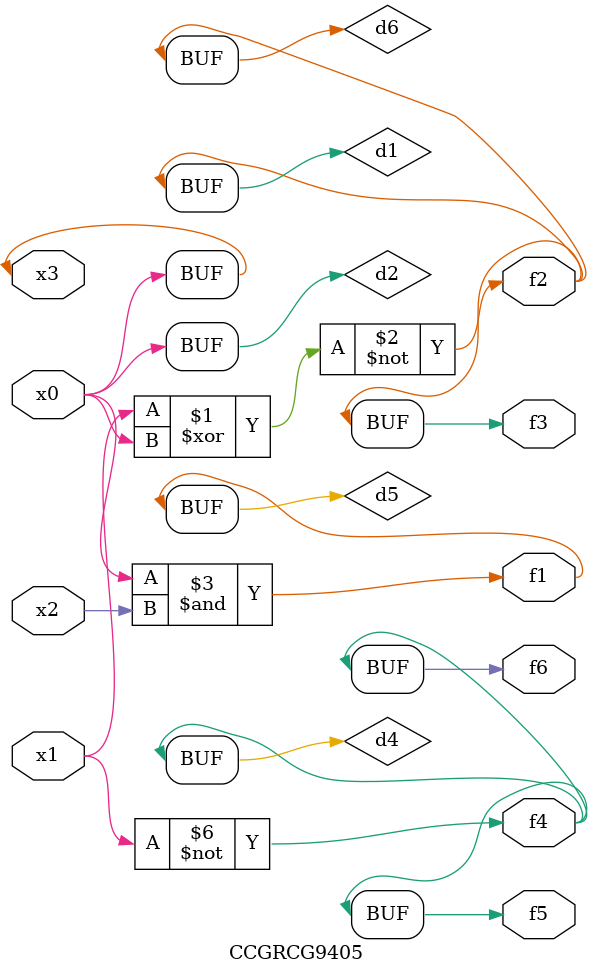
<source format=v>
module CCGRCG9405(
	input x0, x1, x2, x3,
	output f1, f2, f3, f4, f5, f6
);

	wire d1, d2, d3, d4, d5, d6;

	xnor (d1, x1, x3);
	buf (d2, x0, x3);
	nand (d3, x0, x2);
	not (d4, x1);
	nand (d5, d3);
	or (d6, d1);
	assign f1 = d5;
	assign f2 = d6;
	assign f3 = d6;
	assign f4 = d4;
	assign f5 = d4;
	assign f6 = d4;
endmodule

</source>
